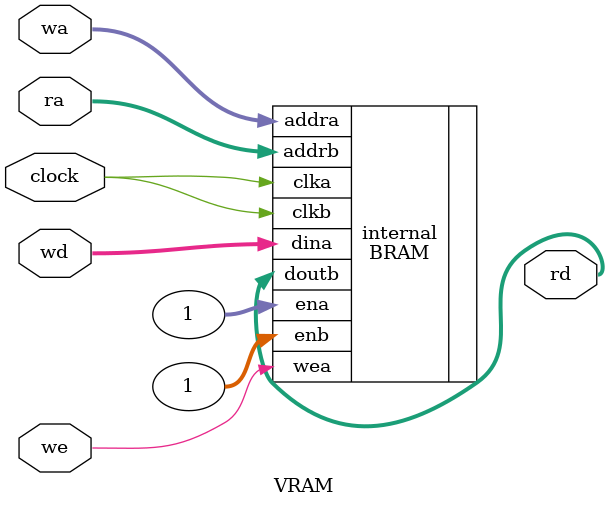
<source format=v>
module VRAM (
    input clock,
    input [15:0] ra, wa,
    input [11:0] wd,
    output [11:0] rd,
    input we
);
    BRAM internal(.clka(clock), .clkb(clock), .addra(wa), .dina(wd), .ena(1), .wea(we), .addrb(ra), .doutb(rd), .enb(1));
endmodule

</source>
